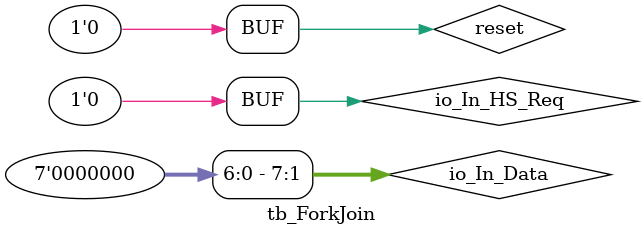
<source format=v>
`timescale 1ns / 1ps


module tb_ForkJoin();

	reg			reset, io_In_HS_Req;
	reg		[7:0] io_In_Data;
	wire	[7:0] io_Out_Data;

Fork_Join	uut(
	0,
	reset,
	io_In_HS_Req,
	io_In_HS_Ack,
	io_In_Data,
	io_Out_HS_Req,
	io_Out_HS_Ack,
	io_Out_Data
);

	initial begin
	reset = 0;
	io_In_HS_Req = 0;
	io_In_Data = 0;
	#100;
	reset = 1;
	#100;
	reset = 0;
	#100;
	repeat(16)
		begin
		io_In_HS_Req = ~io_In_HS_Req;
		io_In_Data = $random;
		#100;
		if((io_In_HS_Req==io_Out_HS_Req)&&(io_In_Data==io_Out_Data))
			$display("Test successed!");
		else
			$display("Test failed!");
		end
	end

	assign #5 io_Out_HS_Ack = io_Out_HS_Req;

endmodule

</source>
